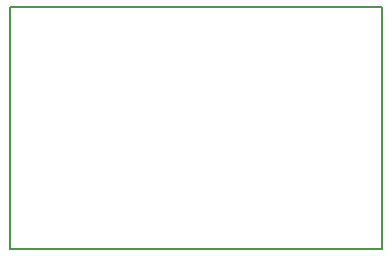
<source format=gm1>
G04 #@! TF.FileFunction,Profile,NP*
%FSLAX46Y46*%
G04 Gerber Fmt 4.6, Leading zero omitted, Abs format (unit mm)*
G04 Created by KiCad (PCBNEW 4.0.2-stable) date Thu May 19 00:56:02 2016*
%MOMM*%
G01*
G04 APERTURE LIST*
%ADD10C,0.100000*%
%ADD11C,0.150000*%
G04 APERTURE END LIST*
D10*
D11*
X98500000Y-71500000D02*
X98500000Y-91000000D01*
X130000000Y-71500000D02*
X130000000Y-92000000D01*
X130000000Y-71500000D02*
X98500000Y-71500000D01*
X98500000Y-92000000D02*
X130000000Y-92000000D01*
X98500000Y-91000000D02*
X98500000Y-92000000D01*
M02*

</source>
